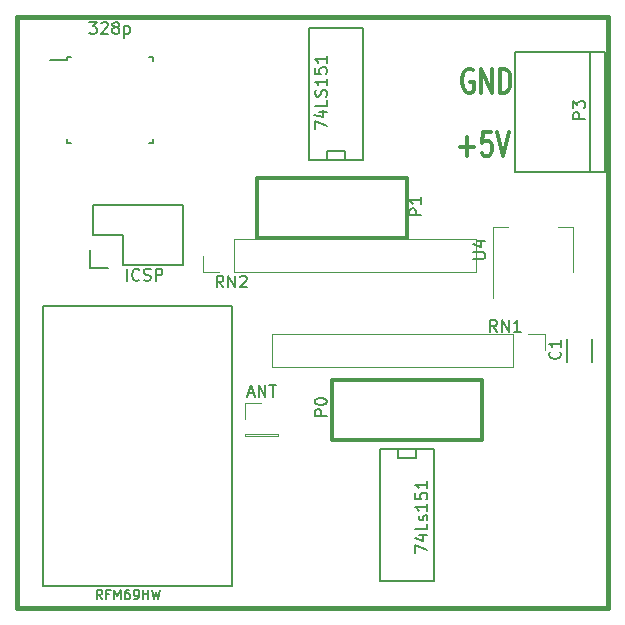
<source format=gto>
G04 #@! TF.FileFunction,Legend,Top*
%FSLAX46Y46*%
G04 Gerber Fmt 4.6, Leading zero omitted, Abs format (unit mm)*
G04 Created by KiCad (PCBNEW 4.0.5-e0-6337~49~ubuntu16.04.1) date Tue Jan 17 08:51:43 2017*
%MOMM*%
%LPD*%
G01*
G04 APERTURE LIST*
%ADD10C,0.150000*%
%ADD11C,0.304800*%
%ADD12C,0.381000*%
%ADD13C,0.120000*%
%ADD14C,0.203200*%
%ADD15C,0.160000*%
G04 APERTURE END LIST*
D10*
D11*
X172574858Y-52451000D02*
X172429715Y-52354238D01*
X172212001Y-52354238D01*
X171994286Y-52451000D01*
X171849144Y-52644524D01*
X171776572Y-52838048D01*
X171704001Y-53225095D01*
X171704001Y-53515381D01*
X171776572Y-53902429D01*
X171849144Y-54095952D01*
X171994286Y-54289476D01*
X172212001Y-54386238D01*
X172357144Y-54386238D01*
X172574858Y-54289476D01*
X172647429Y-54192714D01*
X172647429Y-53515381D01*
X172357144Y-53515381D01*
X173300572Y-54386238D02*
X173300572Y-52354238D01*
X174171429Y-54386238D01*
X174171429Y-52354238D01*
X174897143Y-54386238D02*
X174897143Y-52354238D01*
X175260000Y-52354238D01*
X175477715Y-52451000D01*
X175622857Y-52644524D01*
X175695429Y-52838048D01*
X175768000Y-53225095D01*
X175768000Y-53515381D01*
X175695429Y-53902429D01*
X175622857Y-54095952D01*
X175477715Y-54289476D01*
X175260000Y-54386238D01*
X174897143Y-54386238D01*
X171522571Y-58946143D02*
X172683714Y-58946143D01*
X172103143Y-59720238D02*
X172103143Y-58172048D01*
X174135142Y-57688238D02*
X173409428Y-57688238D01*
X173336857Y-58655857D01*
X173409428Y-58559095D01*
X173554571Y-58462333D01*
X173917428Y-58462333D01*
X174062571Y-58559095D01*
X174135142Y-58655857D01*
X174207714Y-58849381D01*
X174207714Y-59333190D01*
X174135142Y-59526714D01*
X174062571Y-59623476D01*
X173917428Y-59720238D01*
X173554571Y-59720238D01*
X173409428Y-59623476D01*
X173336857Y-59526714D01*
X174643143Y-57688238D02*
X175151143Y-59720238D01*
X175659143Y-57688238D01*
D12*
X134000000Y-48000000D02*
X134000000Y-98000000D01*
X184000000Y-48000000D02*
X134000000Y-48000000D01*
X184000000Y-98000000D02*
X184000000Y-48000000D01*
X134000000Y-98000000D02*
X184000000Y-98000000D01*
D11*
X154305000Y-61595000D02*
X167005000Y-61595000D01*
X167005000Y-61595000D02*
X167005000Y-66675000D01*
X167005000Y-66675000D02*
X154305000Y-66675000D01*
X154305000Y-66675000D02*
X154305000Y-61595000D01*
X173355000Y-83820000D02*
X160655000Y-83820000D01*
X160655000Y-83820000D02*
X160655000Y-78740000D01*
X160655000Y-78740000D02*
X173355000Y-78740000D01*
X173355000Y-78740000D02*
X173355000Y-83820000D01*
D10*
X143002000Y-68961000D02*
X148082000Y-68961000D01*
X140182000Y-69241000D02*
X140182000Y-67691000D01*
X140462000Y-66421000D02*
X143002000Y-66421000D01*
X143002000Y-66421000D02*
X143002000Y-68961000D01*
X148082000Y-68961000D02*
X148082000Y-63881000D01*
X148082000Y-63881000D02*
X143002000Y-63881000D01*
X140182000Y-69241000D02*
X141732000Y-69241000D01*
X140462000Y-63881000D02*
X140462000Y-66421000D01*
X143002000Y-63881000D02*
X140462000Y-63881000D01*
X182540000Y-50920000D02*
X182540000Y-61080000D01*
X183810000Y-50920000D02*
X176190000Y-50920000D01*
X176190000Y-50920000D02*
X176190000Y-61080000D01*
X176190000Y-61080000D02*
X183810000Y-61080000D01*
X183810000Y-61080000D02*
X183810000Y-50920000D01*
X138234000Y-51366000D02*
X138234000Y-51591000D01*
X145484000Y-51366000D02*
X145484000Y-51691000D01*
X145484000Y-58616000D02*
X145484000Y-58291000D01*
X138234000Y-58616000D02*
X138234000Y-58291000D01*
X138234000Y-51366000D02*
X138559000Y-51366000D01*
X138234000Y-58616000D02*
X138559000Y-58616000D01*
X145484000Y-58616000D02*
X145159000Y-58616000D01*
X145484000Y-51366000D02*
X145159000Y-51366000D01*
X138234000Y-51591000D02*
X136809000Y-51591000D01*
X152160000Y-96110000D02*
X136160000Y-96110000D01*
X152160000Y-72410000D02*
X152160000Y-96110000D01*
X136160000Y-72410000D02*
X152160000Y-72410000D01*
X136160000Y-96110000D02*
X136160000Y-72410000D01*
D13*
X181083000Y-65781000D02*
X179823000Y-65781000D01*
X174263000Y-65781000D02*
X175523000Y-65781000D01*
X181083000Y-69541000D02*
X181083000Y-65781000D01*
X174263000Y-71791000D02*
X174263000Y-65781000D01*
D10*
X182685000Y-75200000D02*
X182685000Y-77200000D01*
X180535000Y-77200000D02*
X180535000Y-75200000D01*
D13*
X153296000Y-83312000D02*
X153296000Y-83432000D01*
X153296000Y-83432000D02*
X156076000Y-83432000D01*
X156076000Y-83432000D02*
X156076000Y-83312000D01*
X156076000Y-83312000D02*
X153296000Y-83312000D01*
X153296000Y-82042000D02*
X153296000Y-80652000D01*
X153296000Y-80652000D02*
X154686000Y-80652000D01*
D10*
X160274000Y-60071000D02*
X160274000Y-59309000D01*
X160274000Y-59309000D02*
X161798000Y-59309000D01*
X161798000Y-59309000D02*
X161798000Y-60071000D01*
X158750000Y-48895000D02*
X163322000Y-48895000D01*
X163322000Y-48895000D02*
X163322000Y-60071000D01*
X163322000Y-60071000D02*
X158750000Y-60071000D01*
X158750000Y-60071000D02*
X158750000Y-48895000D01*
X167767000Y-84582000D02*
X167767000Y-85344000D01*
X167767000Y-85344000D02*
X166243000Y-85344000D01*
X166243000Y-85344000D02*
X166243000Y-84582000D01*
X169291000Y-95758000D02*
X164719000Y-95758000D01*
X164719000Y-95758000D02*
X164719000Y-84582000D01*
X164719000Y-84582000D02*
X169291000Y-84582000D01*
X169291000Y-84582000D02*
X169291000Y-95758000D01*
D13*
X176022000Y-74810000D02*
X155582000Y-74810000D01*
X155582000Y-74810000D02*
X155582000Y-77590000D01*
X155582000Y-77590000D02*
X176022000Y-77590000D01*
X176022000Y-77590000D02*
X176022000Y-74810000D01*
X177292000Y-74810000D02*
X178682000Y-74810000D01*
X178682000Y-74810000D02*
X178682000Y-76200000D01*
X152400000Y-69589000D02*
X172840000Y-69589000D01*
X172840000Y-69589000D02*
X172840000Y-66809000D01*
X172840000Y-66809000D02*
X152400000Y-66809000D01*
X152400000Y-66809000D02*
X152400000Y-69589000D01*
X151130000Y-69589000D02*
X149740000Y-69589000D01*
X149740000Y-69589000D02*
X149740000Y-68199000D01*
D14*
X168226619Y-64757904D02*
X167210619Y-64757904D01*
X167210619Y-64370857D01*
X167259000Y-64274095D01*
X167307381Y-64225714D01*
X167404143Y-64177333D01*
X167549286Y-64177333D01*
X167646048Y-64225714D01*
X167694429Y-64274095D01*
X167742810Y-64370857D01*
X167742810Y-64757904D01*
X168226619Y-63209714D02*
X168226619Y-63790285D01*
X168226619Y-63499999D02*
X167210619Y-63499999D01*
X167355762Y-63596761D01*
X167452524Y-63693523D01*
X167500905Y-63790285D01*
X160225619Y-81775904D02*
X159209619Y-81775904D01*
X159209619Y-81388857D01*
X159258000Y-81292095D01*
X159306381Y-81243714D01*
X159403143Y-81195333D01*
X159548286Y-81195333D01*
X159645048Y-81243714D01*
X159693429Y-81292095D01*
X159741810Y-81388857D01*
X159741810Y-81775904D01*
X159209619Y-80566380D02*
X159209619Y-80469619D01*
X159258000Y-80372857D01*
X159306381Y-80324476D01*
X159403143Y-80276095D01*
X159596667Y-80227714D01*
X159838571Y-80227714D01*
X160032095Y-80276095D01*
X160128857Y-80324476D01*
X160177238Y-80372857D01*
X160225619Y-80469619D01*
X160225619Y-80566380D01*
X160177238Y-80663142D01*
X160128857Y-80711523D01*
X160032095Y-80759904D01*
X159838571Y-80808285D01*
X159596667Y-80808285D01*
X159403143Y-80759904D01*
X159306381Y-80711523D01*
X159258000Y-80663142D01*
X159209619Y-80566380D01*
D10*
X143303810Y-70302381D02*
X143303810Y-69302381D01*
X144351429Y-70207143D02*
X144303810Y-70254762D01*
X144160953Y-70302381D01*
X144065715Y-70302381D01*
X143922857Y-70254762D01*
X143827619Y-70159524D01*
X143780000Y-70064286D01*
X143732381Y-69873810D01*
X143732381Y-69730952D01*
X143780000Y-69540476D01*
X143827619Y-69445238D01*
X143922857Y-69350000D01*
X144065715Y-69302381D01*
X144160953Y-69302381D01*
X144303810Y-69350000D01*
X144351429Y-69397619D01*
X144732381Y-70254762D02*
X144875238Y-70302381D01*
X145113334Y-70302381D01*
X145208572Y-70254762D01*
X145256191Y-70207143D01*
X145303810Y-70111905D01*
X145303810Y-70016667D01*
X145256191Y-69921429D01*
X145208572Y-69873810D01*
X145113334Y-69826190D01*
X144922857Y-69778571D01*
X144827619Y-69730952D01*
X144780000Y-69683333D01*
X144732381Y-69588095D01*
X144732381Y-69492857D01*
X144780000Y-69397619D01*
X144827619Y-69350000D01*
X144922857Y-69302381D01*
X145160953Y-69302381D01*
X145303810Y-69350000D01*
X145732381Y-70302381D02*
X145732381Y-69302381D01*
X146113334Y-69302381D01*
X146208572Y-69350000D01*
X146256191Y-69397619D01*
X146303810Y-69492857D01*
X146303810Y-69635714D01*
X146256191Y-69730952D01*
X146208572Y-69778571D01*
X146113334Y-69826190D01*
X145732381Y-69826190D01*
X182062381Y-56618095D02*
X181062381Y-56618095D01*
X181062381Y-56237142D01*
X181110000Y-56141904D01*
X181157619Y-56094285D01*
X181252857Y-56046666D01*
X181395714Y-56046666D01*
X181490952Y-56094285D01*
X181538571Y-56141904D01*
X181586190Y-56237142D01*
X181586190Y-56618095D01*
X181062381Y-55713333D02*
X181062381Y-55094285D01*
X181443333Y-55427619D01*
X181443333Y-55284761D01*
X181490952Y-55189523D01*
X181538571Y-55141904D01*
X181633810Y-55094285D01*
X181871905Y-55094285D01*
X181967143Y-55141904D01*
X182014762Y-55189523D01*
X182062381Y-55284761D01*
X182062381Y-55570476D01*
X182014762Y-55665714D01*
X181967143Y-55713333D01*
X140120905Y-48393381D02*
X140739953Y-48393381D01*
X140406619Y-48774333D01*
X140549477Y-48774333D01*
X140644715Y-48821952D01*
X140692334Y-48869571D01*
X140739953Y-48964810D01*
X140739953Y-49202905D01*
X140692334Y-49298143D01*
X140644715Y-49345762D01*
X140549477Y-49393381D01*
X140263762Y-49393381D01*
X140168524Y-49345762D01*
X140120905Y-49298143D01*
X141120905Y-48488619D02*
X141168524Y-48441000D01*
X141263762Y-48393381D01*
X141501858Y-48393381D01*
X141597096Y-48441000D01*
X141644715Y-48488619D01*
X141692334Y-48583857D01*
X141692334Y-48679095D01*
X141644715Y-48821952D01*
X141073286Y-49393381D01*
X141692334Y-49393381D01*
X142263762Y-48821952D02*
X142168524Y-48774333D01*
X142120905Y-48726714D01*
X142073286Y-48631476D01*
X142073286Y-48583857D01*
X142120905Y-48488619D01*
X142168524Y-48441000D01*
X142263762Y-48393381D01*
X142454239Y-48393381D01*
X142549477Y-48441000D01*
X142597096Y-48488619D01*
X142644715Y-48583857D01*
X142644715Y-48631476D01*
X142597096Y-48726714D01*
X142549477Y-48774333D01*
X142454239Y-48821952D01*
X142263762Y-48821952D01*
X142168524Y-48869571D01*
X142120905Y-48917190D01*
X142073286Y-49012429D01*
X142073286Y-49202905D01*
X142120905Y-49298143D01*
X142168524Y-49345762D01*
X142263762Y-49393381D01*
X142454239Y-49393381D01*
X142549477Y-49345762D01*
X142597096Y-49298143D01*
X142644715Y-49202905D01*
X142644715Y-49012429D01*
X142597096Y-48917190D01*
X142549477Y-48869571D01*
X142454239Y-48821952D01*
X143073286Y-48726714D02*
X143073286Y-49726714D01*
X143073286Y-48774333D02*
X143168524Y-48726714D01*
X143359001Y-48726714D01*
X143454239Y-48774333D01*
X143501858Y-48821952D01*
X143549477Y-48917190D01*
X143549477Y-49202905D01*
X143501858Y-49298143D01*
X143454239Y-49345762D01*
X143359001Y-49393381D01*
X143168524Y-49393381D01*
X143073286Y-49345762D01*
D15*
X141192524Y-97262905D02*
X140925857Y-96881952D01*
X140735381Y-97262905D02*
X140735381Y-96462905D01*
X141040143Y-96462905D01*
X141116334Y-96501000D01*
X141154429Y-96539095D01*
X141192524Y-96615286D01*
X141192524Y-96729571D01*
X141154429Y-96805762D01*
X141116334Y-96843857D01*
X141040143Y-96881952D01*
X140735381Y-96881952D01*
X141802048Y-96843857D02*
X141535381Y-96843857D01*
X141535381Y-97262905D02*
X141535381Y-96462905D01*
X141916334Y-96462905D01*
X142221095Y-97262905D02*
X142221095Y-96462905D01*
X142487762Y-97034333D01*
X142754429Y-96462905D01*
X142754429Y-97262905D01*
X143478238Y-96462905D02*
X143325857Y-96462905D01*
X143249667Y-96501000D01*
X143211572Y-96539095D01*
X143135381Y-96653381D01*
X143097286Y-96805762D01*
X143097286Y-97110524D01*
X143135381Y-97186714D01*
X143173476Y-97224810D01*
X143249667Y-97262905D01*
X143402048Y-97262905D01*
X143478238Y-97224810D01*
X143516334Y-97186714D01*
X143554429Y-97110524D01*
X143554429Y-96920048D01*
X143516334Y-96843857D01*
X143478238Y-96805762D01*
X143402048Y-96767667D01*
X143249667Y-96767667D01*
X143173476Y-96805762D01*
X143135381Y-96843857D01*
X143097286Y-96920048D01*
X143935381Y-97262905D02*
X144087762Y-97262905D01*
X144163953Y-97224810D01*
X144202048Y-97186714D01*
X144278239Y-97072429D01*
X144316334Y-96920048D01*
X144316334Y-96615286D01*
X144278239Y-96539095D01*
X144240143Y-96501000D01*
X144163953Y-96462905D01*
X144011572Y-96462905D01*
X143935381Y-96501000D01*
X143897286Y-96539095D01*
X143859191Y-96615286D01*
X143859191Y-96805762D01*
X143897286Y-96881952D01*
X143935381Y-96920048D01*
X144011572Y-96958143D01*
X144163953Y-96958143D01*
X144240143Y-96920048D01*
X144278239Y-96881952D01*
X144316334Y-96805762D01*
X144659191Y-97262905D02*
X144659191Y-96462905D01*
X144659191Y-96843857D02*
X145116334Y-96843857D01*
X145116334Y-97262905D02*
X145116334Y-96462905D01*
X145421096Y-96462905D02*
X145611572Y-97262905D01*
X145763953Y-96691476D01*
X145916334Y-97262905D01*
X146106810Y-96462905D01*
D10*
X172625381Y-68452905D02*
X173434905Y-68452905D01*
X173530143Y-68405286D01*
X173577762Y-68357667D01*
X173625381Y-68262429D01*
X173625381Y-68071952D01*
X173577762Y-67976714D01*
X173530143Y-67929095D01*
X173434905Y-67881476D01*
X172625381Y-67881476D01*
X172958714Y-66976714D02*
X173625381Y-66976714D01*
X172577762Y-67214810D02*
X173292048Y-67452905D01*
X173292048Y-66833857D01*
X179935143Y-76303166D02*
X179982762Y-76350785D01*
X180030381Y-76493642D01*
X180030381Y-76588880D01*
X179982762Y-76731738D01*
X179887524Y-76826976D01*
X179792286Y-76874595D01*
X179601810Y-76922214D01*
X179458952Y-76922214D01*
X179268476Y-76874595D01*
X179173238Y-76826976D01*
X179078000Y-76731738D01*
X179030381Y-76588880D01*
X179030381Y-76493642D01*
X179078000Y-76350785D01*
X179125619Y-76303166D01*
X180030381Y-75350785D02*
X180030381Y-75922214D01*
X180030381Y-75636500D02*
X179030381Y-75636500D01*
X179173238Y-75731738D01*
X179268476Y-75826976D01*
X179316095Y-75922214D01*
X153543143Y-79818667D02*
X154019334Y-79818667D01*
X153447905Y-80104381D02*
X153781238Y-79104381D01*
X154114572Y-80104381D01*
X154447905Y-80104381D02*
X154447905Y-79104381D01*
X155019334Y-80104381D01*
X155019334Y-79104381D01*
X155352667Y-79104381D02*
X155924096Y-79104381D01*
X155638381Y-80104381D02*
X155638381Y-79104381D01*
X159218381Y-57475048D02*
X159218381Y-56808381D01*
X160218381Y-57236953D01*
X159551714Y-55998857D02*
X160218381Y-55998857D01*
X159170762Y-56236953D02*
X159885048Y-56475048D01*
X159885048Y-55856000D01*
X160218381Y-54998857D02*
X160218381Y-55475048D01*
X159218381Y-55475048D01*
X160170762Y-54713143D02*
X160218381Y-54570286D01*
X160218381Y-54332190D01*
X160170762Y-54236952D01*
X160123143Y-54189333D01*
X160027905Y-54141714D01*
X159932667Y-54141714D01*
X159837429Y-54189333D01*
X159789810Y-54236952D01*
X159742190Y-54332190D01*
X159694571Y-54522667D01*
X159646952Y-54617905D01*
X159599333Y-54665524D01*
X159504095Y-54713143D01*
X159408857Y-54713143D01*
X159313619Y-54665524D01*
X159266000Y-54617905D01*
X159218381Y-54522667D01*
X159218381Y-54284571D01*
X159266000Y-54141714D01*
X160218381Y-53189333D02*
X160218381Y-53760762D01*
X160218381Y-53475048D02*
X159218381Y-53475048D01*
X159361238Y-53570286D01*
X159456476Y-53665524D01*
X159504095Y-53760762D01*
X159218381Y-52284571D02*
X159218381Y-52760762D01*
X159694571Y-52808381D01*
X159646952Y-52760762D01*
X159599333Y-52665524D01*
X159599333Y-52427428D01*
X159646952Y-52332190D01*
X159694571Y-52284571D01*
X159789810Y-52236952D01*
X160027905Y-52236952D01*
X160123143Y-52284571D01*
X160170762Y-52332190D01*
X160218381Y-52427428D01*
X160218381Y-52665524D01*
X160170762Y-52760762D01*
X160123143Y-52808381D01*
X160218381Y-51284571D02*
X160218381Y-51856000D01*
X160218381Y-51570286D02*
X159218381Y-51570286D01*
X159361238Y-51665524D01*
X159456476Y-51760762D01*
X159504095Y-51856000D01*
X167727381Y-93344619D02*
X167727381Y-92677952D01*
X168727381Y-93106524D01*
X168060714Y-91868428D02*
X168727381Y-91868428D01*
X167679762Y-92106524D02*
X168394048Y-92344619D01*
X168394048Y-91725571D01*
X168727381Y-90868428D02*
X168727381Y-91344619D01*
X167727381Y-91344619D01*
X168679762Y-90582714D02*
X168727381Y-90487476D01*
X168727381Y-90297000D01*
X168679762Y-90201761D01*
X168584524Y-90154142D01*
X168536905Y-90154142D01*
X168441667Y-90201761D01*
X168394048Y-90297000D01*
X168394048Y-90439857D01*
X168346429Y-90535095D01*
X168251190Y-90582714D01*
X168203571Y-90582714D01*
X168108333Y-90535095D01*
X168060714Y-90439857D01*
X168060714Y-90297000D01*
X168108333Y-90201761D01*
X168727381Y-89201761D02*
X168727381Y-89773190D01*
X168727381Y-89487476D02*
X167727381Y-89487476D01*
X167870238Y-89582714D01*
X167965476Y-89677952D01*
X168013095Y-89773190D01*
X167727381Y-88296999D02*
X167727381Y-88773190D01*
X168203571Y-88820809D01*
X168155952Y-88773190D01*
X168108333Y-88677952D01*
X168108333Y-88439856D01*
X168155952Y-88344618D01*
X168203571Y-88296999D01*
X168298810Y-88249380D01*
X168536905Y-88249380D01*
X168632143Y-88296999D01*
X168679762Y-88344618D01*
X168727381Y-88439856D01*
X168727381Y-88677952D01*
X168679762Y-88773190D01*
X168632143Y-88820809D01*
X168727381Y-87296999D02*
X168727381Y-87868428D01*
X168727381Y-87582714D02*
X167727381Y-87582714D01*
X167870238Y-87677952D01*
X167965476Y-87773190D01*
X168013095Y-87868428D01*
X174633024Y-74620381D02*
X174299690Y-74144190D01*
X174061595Y-74620381D02*
X174061595Y-73620381D01*
X174442548Y-73620381D01*
X174537786Y-73668000D01*
X174585405Y-73715619D01*
X174633024Y-73810857D01*
X174633024Y-73953714D01*
X174585405Y-74048952D01*
X174537786Y-74096571D01*
X174442548Y-74144190D01*
X174061595Y-74144190D01*
X175061595Y-74620381D02*
X175061595Y-73620381D01*
X175633024Y-74620381D01*
X175633024Y-73620381D01*
X176633024Y-74620381D02*
X176061595Y-74620381D01*
X176347309Y-74620381D02*
X176347309Y-73620381D01*
X176252071Y-73763238D01*
X176156833Y-73858476D01*
X176061595Y-73906095D01*
X151455524Y-70873881D02*
X151122190Y-70397690D01*
X150884095Y-70873881D02*
X150884095Y-69873881D01*
X151265048Y-69873881D01*
X151360286Y-69921500D01*
X151407905Y-69969119D01*
X151455524Y-70064357D01*
X151455524Y-70207214D01*
X151407905Y-70302452D01*
X151360286Y-70350071D01*
X151265048Y-70397690D01*
X150884095Y-70397690D01*
X151884095Y-70873881D02*
X151884095Y-69873881D01*
X152455524Y-70873881D01*
X152455524Y-69873881D01*
X152884095Y-69969119D02*
X152931714Y-69921500D01*
X153026952Y-69873881D01*
X153265048Y-69873881D01*
X153360286Y-69921500D01*
X153407905Y-69969119D01*
X153455524Y-70064357D01*
X153455524Y-70159595D01*
X153407905Y-70302452D01*
X152836476Y-70873881D01*
X153455524Y-70873881D01*
M02*

</source>
